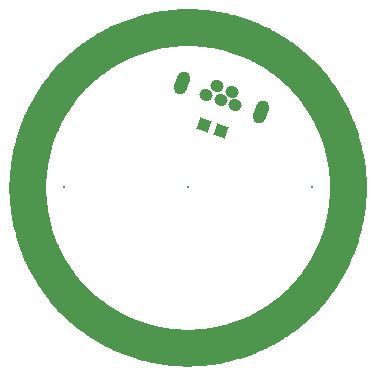
<source format=gbs>
G04*
G04 #@! TF.GenerationSoftware,Altium Limited,Altium Designer,22.0.2 (36)*
G04*
G04 Layer_Color=16711935*
%FSLAX25Y25*%
%MOIN*%
G70*
G04*
G04 #@! TF.SameCoordinates,1EF7E0F6-051E-4D54-85AB-B994BD640D93*
G04*
G04*
G04 #@! TF.FilePolarity,Negative*
G04*
G01*
G75*
%ADD13C,0.01000*%
G04:AMPARAMS|DCode=21|XSize=79.5mil|YSize=43.75mil|CornerRadius=0mil|HoleSize=0mil|Usage=FLASHONLY|Rotation=250.000|XOffset=0mil|YOffset=0mil|HoleType=Round|Shape=Round|*
%AMOVALD21*
21,1,0.03575,0.04375,0.00000,0.00000,250.0*
1,1,0.04375,0.00611,0.01680*
1,1,0.04375,-0.00611,-0.01680*
%
%ADD21OVALD21*%

G04:AMPARAMS|DCode=22|XSize=45.4mil|YSize=39.5mil|CornerRadius=0mil|HoleSize=0mil|Usage=FLASHONLY|Rotation=340.000|XOffset=0mil|YOffset=0mil|HoleType=Round|Shape=Round|*
%AMOVALD22*
21,1,0.00591,0.03950,0.00000,0.00000,340.0*
1,1,0.03950,-0.00278,0.00101*
1,1,0.03950,0.00278,-0.00101*
%
%ADD22OVALD22*%

%ADD23C,0.00800*%
%ADD36C,0.11811*%
%ADD37P,0.05586X4X115.0*%
D13*
X59055Y0D02*
X59047Y1000D01*
X59021Y2000D01*
X58979Y2999D01*
X58920Y3997D01*
X58843Y4995D01*
X58750Y5991D01*
X58641Y6985D01*
X58514Y7977D01*
X58371Y8967D01*
X58210Y9954D01*
X58033Y10938D01*
X57840Y11919D01*
X57630Y12897D01*
X57403Y13871D01*
X57160Y14841D01*
X56900Y15807D01*
X56624Y16769D01*
X56332Y17725D01*
X56024Y18677D01*
X55700Y19623D01*
X55359Y20563D01*
X55003Y21498D01*
X54631Y22426D01*
X54244Y23348D01*
X53841Y24263D01*
X53422Y25172D01*
X52988Y26073D01*
X52539Y26966D01*
X52075Y27852D01*
X51595Y28730D01*
X51101Y29600D01*
X50593Y30461D01*
X50070Y31313D01*
X49532Y32157D01*
X48981Y32991D01*
X48415Y33816D01*
X47835Y34631D01*
X47242Y35436D01*
X46635Y36231D01*
X46015Y37015D01*
X45381Y37789D01*
X44735Y38552D01*
X44076Y39305D01*
X43404Y40045D01*
X42719Y40775D01*
X42023Y41492D01*
X41314Y42198D01*
X40593Y42892D01*
X39861Y43573D01*
X39118Y44242D01*
X38363Y44898D01*
X37597Y45541D01*
X36820Y46171D01*
X36033Y46788D01*
X35236Y47392D01*
X34428Y47982D01*
X33610Y48558D01*
X32783Y49120D01*
X31947Y49668D01*
X31101Y50202D01*
X30246Y50721D01*
X29383Y51226D01*
X28511Y51717D01*
X27631Y52192D01*
X26744Y52653D01*
X25848Y53098D01*
X24945Y53528D01*
X24035Y53943D01*
X23118Y54342D01*
X22195Y54726D01*
X21264Y55094D01*
X20328Y55446D01*
X19387Y55782D01*
X18439Y56103D01*
X17486Y56407D01*
X16529Y56695D01*
X15566Y56967D01*
X14599Y57222D01*
X13628Y57461D01*
X12653Y57684D01*
X11674Y57890D01*
X10692Y58079D01*
X9707Y58252D01*
X8719Y58408D01*
X7729Y58547D01*
X6736Y58670D01*
X5742Y58775D01*
X4746Y58864D01*
X3748Y58936D01*
X2749Y58991D01*
X1750Y59029D01*
X750Y59050D01*
X-250Y59055D01*
X-1250Y59042D01*
X-2250Y59012D01*
X-3249Y58966D01*
X-4247Y58902D01*
X-5244Y58822D01*
X-6239Y58725D01*
X-7233Y58610D01*
X-8224Y58480D01*
X-9214Y58332D01*
X-10200Y58167D01*
X-11184Y57986D01*
X-12164Y57789D01*
X-13141Y57574D01*
X-14114Y57344D01*
X-15083Y57096D01*
X-16048Y56833D01*
X-17008Y56553D01*
X-17964Y56257D01*
X-18914Y55944D01*
X-19858Y55616D01*
X-20797Y55272D01*
X-21731Y54912D01*
X-22657Y54536D01*
X-23578Y54144D01*
X-24491Y53737D01*
X-25398Y53315D01*
X-26297Y52877D01*
X-27189Y52424D01*
X-28073Y51956D01*
X-28948Y51473D01*
X-29816Y50976D01*
X-30675Y50463D01*
X-31525Y49937D01*
X-32366Y49396D01*
X-33198Y48840D01*
X-34021Y48271D01*
X-34833Y47688D01*
X-35636Y47091D01*
X-36428Y46481D01*
X-37210Y45858D01*
X-37981Y45221D01*
X-38742Y44571D01*
X-39491Y43909D01*
X-40229Y43234D01*
X-40955Y42546D01*
X-41670Y41846D01*
X-42373Y41135D01*
X-43063Y40411D01*
X-43741Y39676D01*
X-44407Y38930D01*
X-45060Y38172D01*
X-45700Y37404D01*
X-46327Y36624D01*
X-46940Y35835D01*
X-47541Y35034D01*
X-48127Y34224D01*
X-48700Y33404D01*
X-49258Y32575D01*
X-49803Y31736D01*
X-50333Y30888D01*
X-50849Y30031D01*
X-51350Y29166D01*
X-51837Y28292D01*
X-52309Y27410D01*
X-52765Y26520D01*
X-53207Y25623D01*
X-53633Y24718D01*
X-54044Y23806D01*
X-54440Y22888D01*
X-54819Y21962D01*
X-55183Y21031D01*
X-55532Y20093D01*
X-55864Y19150D01*
X-56180Y18201D01*
X-56480Y17247D01*
X-56764Y16288D01*
X-57032Y15325D01*
X-57284Y14357D01*
X-57518Y13384D01*
X-57737Y12408D01*
X-57939Y11429D01*
X-58124Y10446D01*
X-58293Y9460D01*
X-58444Y8472D01*
X-58579Y7481D01*
X-58698Y6488D01*
X-58799Y5493D01*
X-58884Y4496D01*
X-58951Y3498D01*
X-59002Y2499D01*
X-59036Y1500D01*
X-59053Y500D01*
X-59053Y-500D01*
X-59036Y-1500D01*
X-59002Y-2500D01*
X-58951Y-3499D01*
X-58884Y-4497D01*
X-58799Y-5493D01*
X-58698Y-6488D01*
X-58579Y-7481D01*
X-58444Y-8472D01*
X-58292Y-9461D01*
X-58124Y-10447D01*
X-57938Y-11429D01*
X-57737Y-12409D01*
X-57518Y-13385D01*
X-57283Y-14357D01*
X-57032Y-15325D01*
X-56764Y-16289D01*
X-56480Y-17248D01*
X-56180Y-18202D01*
X-55864Y-19151D01*
X-55532Y-20094D01*
X-55183Y-21031D01*
X-54819Y-21963D01*
X-54439Y-22888D01*
X-54044Y-23807D01*
X-53633Y-24719D01*
X-53207Y-25623D01*
X-52765Y-26521D01*
X-52308Y-27411D01*
X-51837Y-28292D01*
X-51350Y-29166D01*
X-50849Y-30032D01*
X-50333Y-30889D01*
X-49803Y-31736D01*
X-49258Y-32575D01*
X-48699Y-33405D01*
X-48127Y-34225D01*
X-47540Y-35035D01*
X-46940Y-35835D01*
X-46326Y-36625D01*
X-45700Y-37404D01*
X-45059Y-38173D01*
X-44407Y-38930D01*
X-43741Y-39677D01*
X-43063Y-40412D01*
X-42372Y-41135D01*
X-41669Y-41847D01*
X-40955Y-42546D01*
X-40229Y-43234D01*
X-39491Y-43909D01*
X-38741Y-44572D01*
X-37981Y-45221D01*
X-37210Y-45858D01*
X-36428Y-46481D01*
X-35635Y-47092D01*
X-34833Y-47688D01*
X-34020Y-48272D01*
X-33198Y-48841D01*
X-32366Y-49396D01*
X-31525Y-49937D01*
X-30674Y-50464D01*
X-29816Y-50976D01*
X-28948Y-51473D01*
X-28072Y-51956D01*
X-27188Y-52424D01*
X-26296Y-52877D01*
X-25397Y-53315D01*
X-24491Y-53737D01*
X-23577Y-54145D01*
X-22657Y-54536D01*
X-21730Y-54912D01*
X-20797Y-55272D01*
X-19858Y-55616D01*
X-18913Y-55945D01*
X-17963Y-56257D01*
X-17008Y-56553D01*
X-16048Y-56833D01*
X-15083Y-57097D01*
X-14114Y-57344D01*
X-13141Y-57575D01*
X-12164Y-57789D01*
X-11183Y-57986D01*
X-10200Y-58168D01*
X-9213Y-58332D01*
X-8224Y-58480D01*
X-7232Y-58611D01*
X-6239Y-58725D01*
X-5244Y-58822D01*
X-4247Y-58902D01*
X-3249Y-58966D01*
X-2249Y-59012D01*
X-1250Y-59042D01*
X-250Y-59055D01*
X750Y-59050D01*
X1750Y-59029D01*
X2750Y-58991D01*
X3748Y-58936D01*
X4746Y-58864D01*
X5742Y-58775D01*
X6736Y-58670D01*
X7729Y-58547D01*
X8719Y-58408D01*
X9707Y-58252D01*
X10692Y-58079D01*
X11674Y-57890D01*
X12653Y-57684D01*
X13628Y-57461D01*
X14599Y-57222D01*
X15566Y-56967D01*
X16529Y-56695D01*
X17486Y-56407D01*
X18439Y-56103D01*
X19387Y-55782D01*
X20328Y-55446D01*
X21264Y-55094D01*
X22195Y-54726D01*
X23118Y-54342D01*
X24035Y-53943D01*
X24945Y-53528D01*
X25848Y-53098D01*
X26744Y-52653D01*
X27631Y-52192D01*
X28511Y-51717D01*
X29383Y-51227D01*
X30246Y-50722D01*
X31101Y-50202D01*
X31947Y-49668D01*
X32783Y-49120D01*
X33610Y-48558D01*
X34428Y-47982D01*
X35235Y-47392D01*
X36033Y-46788D01*
X36820Y-46171D01*
X37597Y-45541D01*
X38363Y-44898D01*
X39117Y-44242D01*
X39861Y-43573D01*
X40593Y-42892D01*
X41314Y-42198D01*
X42022Y-41493D01*
X42719Y-40775D01*
X43403Y-40046D01*
X44075Y-39305D01*
X44735Y-38553D01*
X45381Y-37790D01*
X46014Y-37016D01*
X46635Y-36231D01*
X47242Y-35436D01*
X47835Y-34631D01*
X48415Y-33816D01*
X48980Y-32991D01*
X49532Y-32157D01*
X50069Y-31314D01*
X50593Y-30461D01*
X51101Y-29600D01*
X51595Y-28731D01*
X52074Y-27853D01*
X52539Y-26967D01*
X52988Y-26073D01*
X53422Y-25172D01*
X53840Y-24264D01*
X54243Y-23349D01*
X54631Y-22427D01*
X55003Y-21498D01*
X55359Y-20564D01*
X55699Y-19623D01*
X56024Y-18677D01*
X56332Y-17726D01*
X56624Y-16769D01*
X56900Y-15808D01*
X57160Y-14842D01*
X57403Y-13872D01*
X57629Y-12898D01*
X57840Y-11920D01*
X58033Y-10939D01*
X58210Y-9955D01*
X58370Y-8967D01*
X58514Y-7978D01*
X58640Y-6986D01*
X58750Y-5991D01*
X58843Y-4996D01*
X58920Y-3999D01*
X58979Y-3000D01*
X59021Y-2001D01*
X59047Y-1001D01*
X59055Y-1D01*
Y0D01*
D21*
X24546Y25134D02*
D03*
X-1906Y34762D02*
D03*
D22*
X15833Y27383D02*
D03*
X14775Y31958D02*
D03*
X11024Y29134D02*
D03*
X9965Y33709D02*
D03*
X6214Y30884D02*
D03*
D23*
X41339Y0D02*
D03*
X-41339D02*
D03*
X0D02*
D03*
D36*
X53150D02*
X53140Y1000D01*
X53112Y1999D01*
X53065Y2998D01*
X52999Y3996D01*
X52915Y4992D01*
X52811Y5986D01*
X52689Y6979D01*
X52549Y7969D01*
X52390Y8956D01*
X52212Y9940D01*
X52016Y10920D01*
X51801Y11896D01*
X51568Y12869D01*
X51317Y13837D01*
X51048Y14799D01*
X50760Y15757D01*
X50455Y16709D01*
X50131Y17655D01*
X49791Y18595D01*
X49432Y19529D01*
X49056Y20455D01*
X48662Y21374D01*
X48252Y22286D01*
X47824Y23189D01*
X47379Y24085D01*
X46918Y24972D01*
X46440Y25850D01*
X45945Y26719D01*
X45435Y27578D01*
X44908Y28428D01*
X44365Y29268D01*
X43807Y30097D01*
X43233Y30916D01*
X42644Y31724D01*
X42039Y32520D01*
X41420Y33305D01*
X40786Y34079D01*
X40138Y34840D01*
X39476Y35589D01*
X38799Y36325D01*
X38109Y37049D01*
X37405Y37759D01*
X36688Y38456D01*
X35958Y39139D01*
X35216Y39808D01*
X34461Y40464D01*
X33694Y41105D01*
X32914Y41732D01*
X32124Y42343D01*
X31321Y42940D01*
X30508Y43522D01*
X29684Y44088D01*
X28850Y44638D01*
X28005Y45173D01*
X27150Y45692D01*
X26286Y46195D01*
X25412Y46681D01*
X24530Y47151D01*
X23638Y47604D01*
X22738Y48040D01*
X21831Y48459D01*
X20915Y48861D01*
X19993Y49246D01*
X19063Y49613D01*
X18126Y49963D01*
X17183Y50295D01*
X16234Y50610D01*
X15279Y50906D01*
X14319Y51184D01*
X13353Y51445D01*
X12383Y51687D01*
X11409Y51911D01*
X10430Y52116D01*
X9448Y52303D01*
X8463Y52472D01*
X7474Y52622D01*
X6483Y52753D01*
X5489Y52865D01*
X4494Y52959D01*
X3497Y53034D01*
X2499Y53091D01*
X1500Y53128D01*
X500Y53147D01*
X-500D01*
X-1500Y53128D01*
X-2499Y53091D01*
X-3497Y53035D01*
X-4494Y52959D01*
X-5489Y52865D01*
X-6483Y52753D01*
X-7474Y52622D01*
X-8462Y52472D01*
X-9448Y52303D01*
X-10430Y52116D01*
X-11409Y51911D01*
X-12383Y51687D01*
X-13353Y51445D01*
X-14319Y51185D01*
X-15279Y50906D01*
X-16234Y50610D01*
X-17183Y50295D01*
X-18126Y49963D01*
X-19063Y49613D01*
X-19993Y49246D01*
X-20915Y48861D01*
X-21831Y48459D01*
X-22738Y48040D01*
X-23638Y47604D01*
X-24529Y47151D01*
X-25412Y46681D01*
X-26286Y46195D01*
X-27150Y45692D01*
X-28005Y45173D01*
X-28849Y44638D01*
X-29684Y44088D01*
X-30508Y43522D01*
X-31321Y42940D01*
X-32124Y42343D01*
X-32914Y41732D01*
X-33694Y41105D01*
X-34461Y40464D01*
X-35216Y39809D01*
X-35958Y39139D01*
X-36688Y38456D01*
X-37405Y37759D01*
X-38109Y37049D01*
X-38799Y36325D01*
X-39476Y35589D01*
X-40138Y34840D01*
X-40786Y34079D01*
X-41420Y33305D01*
X-42039Y32520D01*
X-42644Y31724D01*
X-43233Y30916D01*
X-43807Y30097D01*
X-44365Y29268D01*
X-44908Y28428D01*
X-45435Y27579D01*
X-45945Y26719D01*
X-46440Y25850D01*
X-46918Y24972D01*
X-47379Y24085D01*
X-47824Y23189D01*
X-48252Y22286D01*
X-48662Y21374D01*
X-49056Y20455D01*
X-49432Y19529D01*
X-49791Y18595D01*
X-50132Y17655D01*
X-50455Y16709D01*
X-50760Y15757D01*
X-51048Y14799D01*
X-51317Y13837D01*
X-51568Y12869D01*
X-51801Y11896D01*
X-52016Y10920D01*
X-52212Y9939D01*
X-52390Y8956D01*
X-52549Y7969D01*
X-52689Y6979D01*
X-52811Y5986D01*
X-52915Y4992D01*
X-52999Y3996D01*
X-53065Y2998D01*
X-53112Y1999D01*
X-53140Y1000D01*
X-53150Y-0D01*
X-53140Y-1000D01*
X-53112Y-1999D01*
X-53065Y-2998D01*
X-52999Y-3996D01*
X-52915Y-4992D01*
X-52811Y-5987D01*
X-52689Y-6979D01*
X-52549Y-7969D01*
X-52390Y-8956D01*
X-52212Y-9940D01*
X-52016Y-10920D01*
X-51801Y-11897D01*
X-51568Y-12869D01*
X-51317Y-13837D01*
X-51047Y-14800D01*
X-50760Y-15757D01*
X-50455Y-16709D01*
X-50131Y-17655D01*
X-49790Y-18595D01*
X-49432Y-19529D01*
X-49056Y-20455D01*
X-48662Y-21374D01*
X-48252Y-22286D01*
X-47824Y-23190D01*
X-47379Y-24085D01*
X-46918Y-24972D01*
X-46440Y-25850D01*
X-45945Y-26719D01*
X-45434Y-27579D01*
X-44908Y-28429D01*
X-44365Y-29268D01*
X-43806Y-30098D01*
X-43233Y-30916D01*
X-42643Y-31724D01*
X-42039Y-32521D01*
X-41420Y-33306D01*
X-40786Y-34079D01*
X-40138Y-34840D01*
X-39475Y-35589D01*
X-38799Y-36325D01*
X-38109Y-37049D01*
X-37405Y-37759D01*
X-36688Y-38456D01*
X-35958Y-39139D01*
X-35216Y-39809D01*
X-34461Y-40464D01*
X-33693Y-41105D01*
X-32914Y-41732D01*
X-32123Y-42344D01*
X-31321Y-42940D01*
X-30508Y-43522D01*
X-29684Y-44088D01*
X-28849Y-44639D01*
X-28004Y-45173D01*
X-27150Y-45692D01*
X-26285Y-46195D01*
X-25412Y-46681D01*
X-24529Y-47151D01*
X-23638Y-47604D01*
X-22738Y-48040D01*
X-21830Y-48459D01*
X-20915Y-48862D01*
X-19992Y-49246D01*
X-19062Y-49614D01*
X-18126Y-49963D01*
X-17183Y-50296D01*
X-16233Y-50610D01*
X-15279Y-50906D01*
X-14318Y-51185D01*
X-13353Y-51445D01*
X-12383Y-51687D01*
X-11408Y-51911D01*
X-10430Y-52116D01*
X-9448Y-52303D01*
X-8462Y-52472D01*
X-7473Y-52622D01*
X-6482Y-52753D01*
X-5489Y-52865D01*
X-4493Y-52959D01*
X-3496Y-53035D01*
X-2498Y-53091D01*
X-1499Y-53128D01*
X-499Y-53147D01*
X501Y-53147D01*
X1500Y-53128D01*
X2499Y-53091D01*
X3498Y-53034D01*
X4495Y-52959D01*
X5490Y-52865D01*
X6483Y-52753D01*
X7475Y-52621D01*
X8463Y-52472D01*
X9449Y-52303D01*
X10431Y-52116D01*
X11409Y-51911D01*
X12384Y-51687D01*
X13354Y-51445D01*
X14319Y-51184D01*
X15280Y-50906D01*
X16235Y-50609D01*
X17184Y-50295D01*
X18127Y-49963D01*
X19063Y-49613D01*
X19993Y-49246D01*
X20916Y-48861D01*
X21832Y-48459D01*
X22739Y-48040D01*
X23639Y-47603D01*
X24530Y-47150D01*
X25413Y-46681D01*
X26286Y-46194D01*
X27151Y-45692D01*
X28005Y-45173D01*
X28850Y-44638D01*
X29685Y-44087D01*
X30509Y-43521D01*
X31322Y-42940D01*
X32124Y-42343D01*
X32915Y-41731D01*
X33694Y-41105D01*
X34462Y-40463D01*
X35217Y-39808D01*
X35959Y-39138D01*
X36689Y-38455D01*
X37406Y-37758D01*
X38109Y-37048D01*
X38800Y-36324D01*
X39476Y-35588D01*
X40139Y-34839D01*
X40787Y-34078D01*
X41421Y-33305D01*
X42040Y-32520D01*
X42644Y-31723D01*
X43233Y-30915D01*
X43807Y-30097D01*
X44366Y-29267D01*
X44908Y-28428D01*
X45435Y-27578D01*
X45946Y-26718D01*
X46440Y-25849D01*
X46918Y-24971D01*
X47380Y-24084D01*
X47824Y-23189D01*
X48252Y-22285D01*
X48663Y-21373D01*
X49056Y-20454D01*
X49432Y-19528D01*
X49791Y-18594D01*
X50132Y-17654D01*
X50455Y-16708D01*
X50761Y-15756D01*
X51048Y-14798D01*
X51317Y-13836D01*
X51568Y-12868D01*
X51801Y-11896D01*
X52016Y-10919D01*
X52212Y-9939D01*
X52390Y-8955D01*
X52549Y-7968D01*
X52690Y-6978D01*
X52811Y-5985D01*
X52915Y-4991D01*
X52999Y-3995D01*
X53065Y-2997D01*
X53112Y-1998D01*
X53140Y-999D01*
X53150Y0D01*
D37*
X11042Y18675D02*
D03*
X5493Y20695D02*
D03*
M02*

</source>
